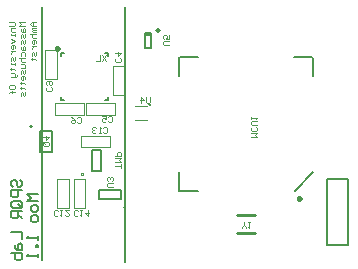
<source format=gbo>
%FSDAX25Y25*%
%MOIN*%
%SFA1B1*%

%IPPOS*%
%ADD25C,0.010000*%
%ADD59C,0.003940*%
%ADD60C,0.009840*%
%ADD61C,0.007870*%
%ADD62C,0.003000*%
%ADD63C,0.005000*%
%LNmoo1.1-1*%
%LPD*%
G54D25*
X0285257Y0403900D02*
D01*
X0285256Y0403924*
X0285253Y0403949*
X0285249Y0403973*
X0285243Y0403997*
X0285235Y0404020*
X0285226Y0404043*
X0285215Y0404065*
X0285203Y0404087*
X0285189Y0404107*
X0285174Y0404126*
X0285157Y0404145*
X0285140Y0404162*
X0285121Y0404178*
X0285101Y0404192*
X0285080Y0404205*
X0285058Y0404217*
X0285036Y0404227*
X0285013Y0404235*
X0284989Y0404242*
X0284965Y0404247*
X0284940Y0404251*
X0284916Y0404252*
X0284891*
X0284867Y0404251*
X0284842Y0404247*
X0284818Y0404242*
X0284794Y0404235*
X0284771Y0404227*
X0284749Y0404217*
X0284727Y0404205*
X0284706Y0404192*
X0284686Y0404178*
X0284667Y0404162*
X0284650Y0404145*
X0284633Y0404126*
X0284618Y0404107*
X0284604Y0404087*
X0284592Y0404065*
X0284581Y0404043*
X0284572Y0404020*
X0284564Y0403997*
X0284558Y0403973*
X0284554Y0403949*
X0284551Y0403924*
X0284551Y0403900*
X0284551Y0403875*
X0284554Y0403850*
X0284558Y0403826*
X0284564Y0403802*
X0284572Y0403779*
X0284581Y0403756*
X0284592Y0403734*
X0284604Y0403712*
X0284618Y0403692*
X0284633Y0403673*
X0284650Y0403654*
X0284667Y0403637*
X0284686Y0403621*
X0284706Y0403607*
X0284727Y0403594*
X0284749Y0403582*
X0284771Y0403572*
X0284794Y0403564*
X0284818Y0403557*
X0284842Y0403552*
X0284867Y0403548*
X0284891Y0403547*
X0284916*
X0284940Y0403548*
X0284965Y0403552*
X0284989Y0403557*
X0285013Y0403564*
X0285036Y0403572*
X0285058Y0403582*
X0285080Y0403594*
X0285101Y0403607*
X0285121Y0403621*
X0285140Y0403637*
X0285157Y0403654*
X0285174Y0403673*
X0285189Y0403692*
X0285203Y0403712*
X0285215Y0403734*
X0285226Y0403756*
X0285235Y0403779*
X0285243Y0403802*
X0285249Y0403826*
X0285253Y0403850*
X0285256Y0403875*
X0285257Y0403900*
X0242631Y0371769D02*
D01*
X0242630Y0371771*
X0242630Y0371773*
X0242630Y0371775*
X0242629Y0371777*
X0242629Y0371779*
X0242628Y0371781*
X0242627Y0371783*
X0242626Y0371785*
X0242625Y0371787*
X0242623Y0371788*
X0242622Y0371790*
X0242620Y0371792*
X0242619Y0371793*
X0242617Y0371794*
X0242615Y0371795*
X0242613Y0371796*
X0242611Y0371797*
X0242609Y0371798*
X0242607Y0371799*
X0242605Y0371799*
X0242603Y0371799*
X0242601Y0371799*
X0242598*
X0242596Y0371799*
X0242594Y0371799*
X0242592Y0371799*
X0242590Y0371798*
X0242588Y0371797*
X0242586Y0371796*
X0242584Y0371795*
X0242582Y0371794*
X0242580Y0371793*
X0242579Y0371792*
X0242577Y0371790*
X0242576Y0371788*
X0242574Y0371787*
X0242573Y0371785*
X0242572Y0371783*
X0242571Y0371781*
X0242570Y0371779*
X0242570Y0371777*
X0242569Y0371775*
X0242569Y0371773*
X0242569Y0371771*
Y0371769*
Y0371766*
X0242569Y0371764*
X0242569Y0371762*
X0242570Y0371760*
X0242570Y0371758*
X0242571Y0371756*
X0242572Y0371754*
X0242573Y0371752*
X0242574Y0371750*
X0242576Y0371749*
X0242577Y0371747*
X0242579Y0371745*
X0242580Y0371744*
X0242582Y0371743*
X0242584Y0371742*
X0242586Y0371741*
X0242588Y0371740*
X0242590Y0371739*
X0242592Y0371738*
X0242594Y0371738*
X0242596Y0371738*
X0242598Y0371738*
X0242601*
X0242603Y0371738*
X0242605Y0371738*
X0242607Y0371738*
X0242609Y0371739*
X0242611Y0371740*
X0242613Y0371741*
X0242615Y0371742*
X0242617Y0371743*
X0242619Y0371744*
X0242620Y0371745*
X0242622Y0371747*
X0242623Y0371749*
X0242625Y0371750*
X0242626Y0371752*
X0242627Y0371754*
X0242628Y0371756*
X0242629Y0371758*
X0242629Y0371760*
X0242630Y0371762*
X0242630Y0371764*
X0242630Y0371766*
X0242631Y0371769*
X0273711Y0345000D02*
D01*
X0273710Y0345002*
X0273710Y0345004*
X0273710Y0345006*
X0273709Y0345008*
X0273709Y0345010*
X0273708Y0345012*
X0273707Y0345014*
X0273706Y0345016*
X0273705Y0345018*
X0273703Y0345019*
X0273702Y0345021*
X0273700Y0345023*
X0273699Y0345024*
X0273697Y0345025*
X0273695Y0345026*
X0273693Y0345027*
X0273691Y0345028*
X0273689Y0345029*
X0273687Y0345030*
X0273685Y0345030*
X0273683Y0345030*
X0273681Y0345030*
X0273678*
X0273676Y0345030*
X0273674Y0345030*
X0273672Y0345030*
X0273670Y0345029*
X0273668Y0345028*
X0273666Y0345027*
X0273664Y0345026*
X0273662Y0345025*
X0273660Y0345024*
X0273659Y0345023*
X0273657Y0345021*
X0273656Y0345019*
X0273654Y0345018*
X0273653Y0345016*
X0273652Y0345014*
X0273651Y0345012*
X0273650Y0345010*
X0273650Y0345008*
X0273649Y0345006*
X0273649Y0345004*
X0273649Y0345002*
Y0345000*
Y0344997*
X0273649Y0344995*
X0273649Y0344993*
X0273650Y0344991*
X0273650Y0344989*
X0273651Y0344987*
X0273652Y0344985*
X0273653Y0344983*
X0273654Y0344981*
X0273656Y0344980*
X0273657Y0344978*
X0273659Y0344976*
X0273660Y0344975*
X0273662Y0344974*
X0273664Y0344973*
X0273666Y0344972*
X0273668Y0344971*
X0273670Y0344970*
X0273672Y0344969*
X0273674Y0344969*
X0273676Y0344969*
X0273678Y0344969*
X0273681*
X0273683Y0344969*
X0273685Y0344969*
X0273687Y0344969*
X0273689Y0344970*
X0273691Y0344971*
X0273693Y0344972*
X0273695Y0344973*
X0273697Y0344974*
X0273699Y0344975*
X0273700Y0344976*
X0273702Y0344978*
X0273703Y0344980*
X0273705Y0344981*
X0273706Y0344983*
X0273707Y0344985*
X0273708Y0344987*
X0273709Y0344989*
X0273709Y0344991*
X0273710Y0344993*
X0273710Y0344995*
X0273710Y0344997*
X0273711Y0345000*
X0311400Y0336100D02*
X0317400D01*
X0311400Y0342100D02*
X0317400D01*
G54D59*
X0282297Y0379097D02*
D01*
X0282296Y0379110*
X0282295Y0379124*
X0282292Y0379137*
X0282289Y0379151*
X0282285Y0379164*
X0282279Y0379177*
X0282273Y0379189*
X0282267Y0379201*
X0282259Y0379212*
X0282250Y0379223*
X0282241Y0379233*
X0282231Y0379243*
X0282221Y0379252*
X0282210Y0379260*
X0282198Y0379267*
X0282186Y0379274*
X0282173Y0379279*
X0282160Y0379284*
X0282147Y0379288*
X0282134Y0379291*
X0282120Y0379292*
X0282106Y0379293*
X0282093*
X0282079Y0379292*
X0282065Y0379291*
X0282052Y0379288*
X0282039Y0379284*
X0282026Y0379279*
X0282013Y0379274*
X0282001Y0379267*
X0281989Y0379260*
X0281978Y0379252*
X0281968Y0379243*
X0281958Y0379233*
X0281949Y0379223*
X0281940Y0379212*
X0281932Y0379201*
X0281926Y0379189*
X0281920Y0379177*
X0281914Y0379164*
X0281910Y0379151*
X0281907Y0379137*
X0281904Y0379124*
X0281903Y0379110*
X0281903Y0379097*
X0281903Y0379083*
X0281904Y0379069*
X0281907Y0379056*
X0281910Y0379042*
X0281914Y0379029*
X0281920Y0379016*
X0281926Y0379004*
X0281932Y0378992*
X0281940Y0378981*
X0281949Y0378970*
X0281958Y0378960*
X0281968Y0378950*
X0281978Y0378941*
X0281989Y0378933*
X0282001Y0378926*
X0282013Y0378919*
X0282026Y0378914*
X0282039Y0378909*
X0282052Y0378905*
X0282065Y0378902*
X0282079Y0378901*
X0282093Y0378900*
X0282106*
X0282120Y0378901*
X0282134Y0378902*
X0282147Y0378905*
X0282160Y0378909*
X0282173Y0378914*
X0282186Y0378919*
X0282198Y0378926*
X0282210Y0378933*
X0282221Y0378941*
X0282231Y0378950*
X0282241Y0378960*
X0282250Y0378970*
X0282259Y0378981*
X0282267Y0378992*
X0282273Y0379004*
X0282279Y0379016*
X0282285Y0379029*
X0282289Y0379042*
X0282292Y0379056*
X0282295Y0379069*
X0282296Y0379083*
X0282297Y0379097*
X0260169Y0355972D02*
D01*
X0260168Y0355999*
X0260165Y0356026*
X0260160Y0356053*
X0260153Y0356080*
X0260145Y0356106*
X0260134Y0356132*
X0260122Y0356156*
X0260109Y0356180*
X0260093Y0356203*
X0260076Y0356225*
X0260058Y0356245*
X0260038Y0356264*
X0260017Y0356282*
X0259995Y0356298*
X0259972Y0356313*
X0259947Y0356326*
X0259922Y0356337*
X0259896Y0356346*
X0259870Y0356354*
X0259843Y0356360*
X0259816Y0356363*
X0259788Y0356365*
X0259761*
X0259733Y0356363*
X0259706Y0356360*
X0259679Y0356354*
X0259653Y0356346*
X0259627Y0356337*
X0259602Y0356326*
X0259578Y0356313*
X0259554Y0356298*
X0259532Y0356282*
X0259511Y0356264*
X0259491Y0356245*
X0259473Y0356225*
X0259456Y0356203*
X0259440Y0356180*
X0259427Y0356156*
X0259415Y0356132*
X0259404Y0356106*
X0259396Y0356080*
X0259389Y0356053*
X0259384Y0356026*
X0259381Y0355999*
X0259381Y0355972*
X0259381Y0355944*
X0259384Y0355917*
X0259389Y0355890*
X0259396Y0355863*
X0259404Y0355837*
X0259415Y0355811*
X0259427Y0355787*
X0259440Y0355763*
X0259456Y0355740*
X0259473Y0355718*
X0259491Y0355698*
X0259511Y0355679*
X0259532Y0355661*
X0259554Y0355645*
X0259578Y0355630*
X0259602Y0355617*
X0259627Y0355606*
X0259653Y0355597*
X0259679Y0355589*
X0259706Y0355583*
X0259733Y0355580*
X0259761Y0355578*
X0259788*
X0259816Y0355580*
X0259843Y0355583*
X0259870Y0355589*
X0259896Y0355597*
X0259922Y0355606*
X0259947Y0355617*
X0259972Y0355630*
X0259995Y0355645*
X0260017Y0355661*
X0260038Y0355679*
X0260058Y0355698*
X0260076Y0355718*
X0260093Y0355740*
X0260109Y0355763*
X0260122Y0355787*
X0260134Y0355811*
X0260145Y0355837*
X0260153Y0355863*
X0260160Y0355890*
X0260165Y0355917*
X0260168Y0355944*
X0260169Y0355972*
X0277432Y0378662D02*
X0281368D01*
X0277432Y0373938D02*
X0281368D01*
G54D60*
X0332592Y0347808D02*
D01*
X0332590Y0347842*
X0332587Y0347876*
X0332581Y0347910*
X0332572Y0347943*
X0332562Y0347976*
X0332549Y0348008*
X0332534Y0348038*
X0332517Y0348068*
X0332498Y0348097*
X0332476Y0348124*
X0332453Y0348149*
X0332429Y0348173*
X0332402Y0348195*
X0332375Y0348215*
X0332346Y0348234*
X0332315Y0348250*
X0332284Y0348264*
X0332252Y0348275*
X0332219Y0348285*
X0332185Y0348292*
X0332151Y0348297*
X0332117Y0348299*
X0332082*
X0332048Y0348297*
X0332014Y0348292*
X0331980Y0348285*
X0331947Y0348275*
X0331915Y0348264*
X0331884Y0348250*
X0331854Y0348234*
X0331824Y0348215*
X0331797Y0348195*
X0331770Y0348173*
X0331746Y0348149*
X0331723Y0348124*
X0331701Y0348097*
X0331682Y0348068*
X0331665Y0348038*
X0331650Y0348008*
X0331637Y0347976*
X0331627Y0347943*
X0331618Y0347910*
X0331612Y0347876*
X0331609Y0347842*
X0331608Y0347808*
X0331609Y0347773*
X0331612Y0347739*
X0331618Y0347705*
X0331627Y0347672*
X0331637Y0347639*
X0331650Y0347607*
X0331665Y0347577*
X0331682Y0347547*
X0331701Y0347518*
X0331723Y0347491*
X0331746Y0347466*
X0331770Y0347442*
X0331797Y0347420*
X0331824Y0347400*
X0331854Y0347381*
X0331884Y0347365*
X0331915Y0347351*
X0331947Y0347340*
X0331980Y0347330*
X0332014Y0347323*
X0332048Y0347318*
X0332082Y0347316*
X0332117*
X0332151Y0347318*
X0332185Y0347323*
X0332219Y0347330*
X0332252Y0347340*
X0332284Y0347351*
X0332315Y0347365*
X0332346Y0347381*
X0332375Y0347400*
X0332402Y0347420*
X0332429Y0347442*
X0332453Y0347466*
X0332476Y0347491*
X0332498Y0347518*
X0332517Y0347547*
X0332534Y0347577*
X0332549Y0347607*
X0332562Y0347639*
X0332572Y0347672*
X0332581Y0347705*
X0332587Y0347739*
X0332590Y0347773*
X0332592Y0347808*
X0251937Y0397654D02*
D01*
X0251935Y0397688*
X0251932Y0397722*
X0251926Y0397756*
X0251917Y0397789*
X0251907Y0397822*
X0251894Y0397854*
X0251879Y0397884*
X0251862Y0397914*
X0251843Y0397943*
X0251821Y0397970*
X0251798Y0397995*
X0251774Y0398019*
X0251747Y0398041*
X0251720Y0398061*
X0251691Y0398080*
X0251660Y0398096*
X0251629Y0398110*
X0251597Y0398121*
X0251564Y0398131*
X0251530Y0398138*
X0251496Y0398143*
X0251462Y0398145*
X0251427*
X0251393Y0398143*
X0251359Y0398138*
X0251325Y0398131*
X0251292Y0398121*
X0251260Y0398110*
X0251229Y0398096*
X0251199Y0398080*
X0251169Y0398061*
X0251142Y0398041*
X0251115Y0398019*
X0251091Y0397995*
X0251068Y0397970*
X0251046Y0397943*
X0251027Y0397914*
X0251010Y0397884*
X0250995Y0397854*
X0250982Y0397822*
X0250972Y0397789*
X0250963Y0397756*
X0250957Y0397722*
X0250954Y0397688*
X0250953Y0397654*
X0250954Y0397619*
X0250957Y0397585*
X0250963Y0397551*
X0250972Y0397518*
X0250982Y0397485*
X0250995Y0397453*
X0251010Y0397423*
X0251027Y0397393*
X0251046Y0397364*
X0251068Y0397337*
X0251091Y0397312*
X0251115Y0397288*
X0251142Y0397266*
X0251169Y0397246*
X0251199Y0397227*
X0251229Y0397211*
X0251260Y0397197*
X0251292Y0397186*
X0251325Y0397176*
X0251359Y0397169*
X0251393Y0397164*
X0251427Y0397162*
X0251462*
X0251496Y0397164*
X0251530Y0397169*
X0251564Y0397176*
X0251597Y0397186*
X0251629Y0397197*
X0251660Y0397211*
X0251691Y0397227*
X0251720Y0397246*
X0251747Y0397266*
X0251774Y0397288*
X0251798Y0397312*
X0251821Y0397337*
X0251843Y0397364*
X0251862Y0397393*
X0251879Y0397423*
X0251894Y0397453*
X0251907Y0397485*
X0251917Y0397518*
X0251926Y0397551*
X0251932Y0397585*
X0251935Y0397619*
X0251937Y0397654*
G54D61*
X0280953Y0402879D02*
D01*
X0280954Y0402834*
X0280959Y0402789*
X0280966Y0402745*
X0280977Y0402702*
X0280991Y0402660*
X0281008Y0402618*
X0281027Y0402578*
X0281050Y0402539*
X0281075Y0402502*
X0281102Y0402467*
X0281132Y0402434*
X0281164Y0402403*
X0281198Y0402374*
X0281235Y0402348*
X0281273Y0402324*
X0281312Y0402303*
X0281353Y0402285*
X0281395Y0402270*
X0281438Y0402258*
X0281481Y0402248*
X0281526Y0402242*
X0281570Y0402239*
X0281615*
X0281659Y0402242*
X0281704Y0402248*
X0281747Y0402258*
X0281790Y0402270*
X0281832Y0402285*
X0281873Y0402303*
X0281913Y0402324*
X0281950Y0402348*
X0281987Y0402374*
X0282021Y0402403*
X0282053Y0402434*
X0282083Y0402467*
X0282110Y0402502*
X0282135Y0402539*
X0282158Y0402578*
X0282177Y0402618*
X0282194Y0402660*
X0282208Y0402702*
X0282219Y0402745*
X0282226Y0402789*
X0282231Y0402834*
X0282233Y0402879*
X0348443Y0332057D02*
Y0354143D01*
X0341357D02*
X0348443D01*
X0341357Y0332057D02*
Y0354143D01*
Y0332057D02*
X0348443D01*
X0280589Y0397761D02*
Y0402879D01*
Y0397761D02*
X0282597D01*
Y0402879*
X0280953D02*
X0282597D01*
X0280589D02*
X0282233D01*
X0336600Y0388441D02*
Y0394700D01*
X0330300Y0395000D02*
X0336400D01*
X0330300D02*
X0336400D01*
X0292300D02*
X0298559D01*
X0292000Y0388641D02*
Y0395000D01*
X0292300D02*
X0298559D01*
X0292200Y0350300D02*
X0298400D01*
X0292200Y0350200D02*
Y0356564D01*
X0330900Y0350200D02*
X0336800Y0356400D01*
X0245900Y0370288D02*
X0249837D01*
X0245900Y0363201D02*
Y0370288D01*
X0249837Y0363201D02*
Y0370288D01*
X0245900Y0363201D02*
X0249837D01*
X0262925Y0356957D02*
X0266075D01*
Y0364043*
X0262925Y0356957D02*
Y0364043D01*
X0266075*
X0265507Y0347525D02*
Y0350675D01*
X0265506Y0347525D02*
X0272593D01*
X0265507Y0350675D02*
X0272593D01*
Y0347525D02*
Y0350675D01*
X0267374Y0396374D02*
X0268374D01*
Y0395374D02*
Y0396374D01*
X0267374Y0380626D02*
X0268374D01*
Y0381626*
X0252626Y0395350D02*
Y0396374D01*
X0253650*
X0252626Y0380626D02*
Y0381650D01*
X0252602Y0380626D02*
X0253626D01*
G54D62*
X0250650Y0375600D02*
Y0379400D01*
X0260350Y0375600D02*
Y0379400D01*
X0250650Y0375600D02*
X0260350D01*
X0250650Y0379400D02*
X0260350D01*
X0259250Y0368700D02*
X0268950D01*
X0259250Y0364900D02*
X0268950D01*
Y0368700*
X0259250Y0364900D02*
Y0368700D01*
X0251500Y0344650D02*
Y0354350D01*
X0255300Y0344650D02*
Y0354350D01*
X0251500D02*
X0255300D01*
X0251500Y0344650D02*
X0255300D01*
X0257100D02*
X0260900D01*
X0257100Y0354350D02*
X0260900D01*
Y0344650D02*
Y0354350D01*
X0257100Y0344650D02*
Y0354350D01*
X0261150Y0375600D02*
X0270850D01*
X0261150Y0379400D02*
X0270850D01*
X0261150Y0375600D02*
Y0379400D01*
X0270850Y0375600D02*
Y0379400D01*
X0270100Y0391850D02*
X0273900D01*
X0270100Y0382150D02*
X0273900D01*
X0270100D02*
Y0391850D01*
X0273900Y0382150D02*
Y0391850D01*
X0247500Y0397250D02*
X0251300D01*
X0247500Y0387550D02*
X0251300D01*
X0247500D02*
Y0397250D01*
X0251300Y0387550D02*
Y0397250D01*
X0247033Y0366433D02*
X0248366D01*
X0248699Y0366100*
Y0365433*
X0248366Y0365100*
X0247033*
X0246700Y0365433*
Y0366100*
X0247366Y0365766D02*
X0246700Y0366433D01*
Y0366100D02*
X0247033Y0366433D01*
X0246700Y0368099D02*
X0248699D01*
X0247700Y0367099*
Y0368432*
X0316100Y0368200D02*
X0318099D01*
X0317433Y0368866*
X0318099Y0369533*
X0316100*
X0317766Y0371532D02*
X0318099Y0371199D01*
Y0370533*
X0317766Y0370199*
X0316433*
X0316100Y0370533*
Y0371199*
X0316433Y0371532*
X0318099Y0372199D02*
X0316433D01*
X0316100Y0372532*
Y0373198*
X0316433Y0373532*
X0318099*
X0316100Y0374198D02*
Y0374865D01*
Y0374531*
X0318099*
X0317766Y0374198*
X0313000Y0337801D02*
Y0338134D01*
X0313666Y0338800*
X0314333Y0338134*
Y0337801*
X0313666Y0338800D02*
Y0339800D01*
X0314999D02*
X0315666D01*
X0315333*
Y0337801*
X0314999Y0338134*
X0258533Y0342234D02*
X0258200Y0341901D01*
X0257533*
X0257200Y0342234*
Y0343567*
X0257533Y0343900*
X0258200*
X0258533Y0343567*
X0259199Y0343900D02*
X0259866D01*
X0259533*
Y0341901*
X0259199Y0342234*
X0261865Y0343900D02*
Y0341901D01*
X0260865Y0342900*
X0262198*
X0270099Y0351600D02*
X0268433D01*
X0268100Y0351933*
Y0352600*
X0268433Y0352933*
X0270099*
X0269766Y0353599D02*
X0270099Y0353933D01*
Y0354599*
X0269766Y0354932*
X0269433*
X0269100Y0354599*
Y0354266*
Y0354599*
X0268766Y0354932*
X0268433*
X0268100Y0354599*
Y0353933*
X0268433Y0353599*
X0282320Y0381574D02*
Y0379908D01*
X0281987Y0379575*
X0281321*
X0280988Y0379908*
Y0381574*
X0279321Y0379575D02*
Y0381574D01*
X0280321Y0380574*
X0278988*
X0272566Y0394433D02*
X0272899Y0394100D01*
Y0393433*
X0272566Y0393100*
X0271233*
X0270900Y0393433*
Y0394100*
X0271233Y0394433*
X0270900Y0396099D02*
X0272899D01*
X0271900Y0395099*
Y0396432*
X0268567Y0374866D02*
X0268900Y0375199D01*
X0269567*
X0269900Y0374866*
Y0373533*
X0269567Y0373200*
X0268900*
X0268567Y0373533*
X0266568Y0375199D02*
X0267901D01*
Y0374200*
X0267234Y0374533*
X0266901*
X0266568Y0374200*
Y0373533*
X0266901Y0373200*
X0267567*
X0267901Y0373533*
X0258067Y0374466D02*
X0258400Y0374799D01*
X0259067*
X0259400Y0374466*
Y0373133*
X0259067Y0372800*
X0258400*
X0258067Y0373133*
X0256068Y0374799D02*
X0256734Y0374466D01*
X0257401Y0373800*
Y0373133*
X0257067Y0372800*
X0256401*
X0256068Y0373133*
Y0373466*
X0256401Y0373800*
X0257401*
X0249366Y0385033D02*
X0249699Y0384700D01*
Y0384033*
X0249366Y0383700*
X0248033*
X0247700Y0384033*
Y0384700*
X0248033Y0385033*
Y0385699D02*
X0247700Y0386033D01*
Y0386699*
X0248033Y0387032*
X0249366*
X0249699Y0386699*
Y0386033*
X0249366Y0385699*
X0249033*
X0248700Y0386033*
Y0387032*
X0251633Y0342134D02*
X0251300Y0341801D01*
X0250633*
X0250300Y0342134*
Y0343467*
X0250633Y0343800*
X0251300*
X0251633Y0343467*
X0252299Y0343800D02*
X0252966D01*
X0252633*
Y0341801*
X0252299Y0342134*
X0255298Y0343800D02*
X0253965D01*
X0255298Y0342467*
Y0342134*
X0254965Y0341801*
X0254299*
X0253965Y0342134*
X0266867Y0371066D02*
X0267200Y0371399D01*
X0267867*
X0268200Y0371066*
Y0369733*
X0267867Y0369400*
X0267200*
X0266867Y0369733*
X0266201Y0369400D02*
X0265534D01*
X0265867*
Y0371399*
X0266201Y0371066*
X0264534D02*
X0264201Y0371399D01*
X0263535*
X0263202Y0371066*
Y0370733*
X0263535Y0370400*
X0263868*
X0263535*
X0263202Y0370066*
Y0369733*
X0263535Y0369400*
X0264201*
X0264534Y0369733*
X0272699Y0357900D02*
Y0359233D01*
Y0358566*
X0270700*
Y0359899D02*
X0272699D01*
X0272033Y0360566*
X0272699Y0361232*
X0270700*
Y0361899D02*
X0272699D01*
Y0362898*
X0272366Y0363232*
X0271700*
X0271366Y0362898*
Y0361899*
X0267700Y0395599D02*
X0266367Y0393600D01*
Y0395599D02*
X0267700Y0393600D01*
X0265701Y0395599D02*
Y0393600D01*
X0264368*
X0288899Y0398800D02*
X0287233D01*
X0286900Y0399133*
Y0399800*
X0287233Y0400133*
X0288899*
Y0402132D02*
Y0400799D01*
X0287900*
X0288233Y0401466*
Y0401799*
X0287900Y0402132*
X0287233*
X0286900Y0401799*
Y0401133*
X0287233Y0400799*
X0240800Y0406700D02*
X0238801D01*
X0239467Y0406034*
X0238801Y0405367*
X0240800*
X0239467Y0404367D02*
Y0403701D01*
X0239800Y0403368*
X0240800*
Y0404367*
X0240467Y0404701*
X0240134Y0404367*
Y0403368*
X0240800Y0402701D02*
Y0401702D01*
X0240467Y0401368*
X0240134Y0401702*
Y0402368*
X0239800Y0402701*
X0239467Y0402368*
Y0401368*
X0240800Y0400702D02*
Y0399702D01*
X0240467Y0399369*
X0240134Y0399702*
Y0400369*
X0239800Y0400702*
X0239467Y0400369*
Y0399369*
Y0398369D02*
Y0397703D01*
X0239800Y0397370*
X0240800*
Y0398369*
X0240467Y0398703*
X0240134Y0398369*
Y0397370*
X0239467Y0395370D02*
Y0396370D01*
X0239800Y0396703*
X0240467*
X0240800Y0396370*
Y0395370*
X0238801Y0394704D02*
X0240800D01*
X0239800*
X0239467Y0394371*
Y0393704*
X0239800Y0393371*
X0240800*
X0239467Y0392705D02*
X0240467D01*
X0240800Y0392371*
Y0391372*
X0239467*
X0240800Y0390705D02*
Y0389705D01*
X0240467Y0389372*
X0240134Y0389705*
Y0390372*
X0239800Y0390705*
X0239467Y0390372*
Y0389372*
X0240800Y0387706D02*
Y0388373D01*
X0240467Y0388706*
X0239800*
X0239467Y0388373*
Y0387706*
X0239800Y0387373*
X0240134*
Y0388706*
X0239134Y0386373D02*
X0239467D01*
Y0386706*
Y0386040*
Y0386373*
X0240467*
X0240800Y0386040*
X0239134Y0384707D02*
X0239467D01*
Y0385040*
Y0384374*
Y0384707*
X0240467*
X0240800Y0384374*
Y0383374D02*
Y0382375D01*
X0240467Y0382041*
X0240134Y0382375*
Y0383041*
X0239800Y0383374*
X0239467Y0383041*
Y0382041*
X0235401Y0406700D02*
X0237067D01*
X0237400Y0406367*
Y0405700*
X0237067Y0405367*
X0235401*
X0237400Y0404701D02*
X0236067D01*
Y0403701*
X0236400Y0403368*
X0237400*
Y0402701D02*
Y0402035D01*
Y0402368*
X0236067*
Y0402701*
Y0401035D02*
X0237400Y0400369D01*
X0236067Y0399702*
X0237400Y0398036D02*
Y0398703D01*
X0237067Y0399036*
X0236400*
X0236067Y0398703*
Y0398036*
X0236400Y0397703*
X0236734*
Y0399036*
X0236067Y0397037D02*
X0237400D01*
X0236734*
X0236400Y0396703*
X0236067Y0396370*
Y0396037*
X0237400Y0395037D02*
Y0394037D01*
X0237067Y0393704*
X0236734Y0394037*
Y0394704*
X0236400Y0395037*
X0236067Y0394704*
Y0393704*
X0237400Y0393038D02*
Y0392371D01*
Y0392705*
X0236067*
Y0393038*
X0235734Y0391038D02*
X0236067D01*
Y0391372*
Y0390705*
Y0391038*
X0237067*
X0237400Y0390705*
X0236067Y0389705D02*
X0237067D01*
X0237400Y0389372*
Y0388373*
X0237733*
X0238066Y0388706*
Y0389039*
X0237400Y0388373D02*
X0236067D01*
X0235401Y0384707D02*
Y0385374D01*
X0235734Y0385707*
X0237067*
X0237400Y0385374*
Y0384707*
X0237067Y0384374*
X0235734*
X0235401Y0384707*
X0237400Y0383374D02*
X0235734D01*
X0236400*
Y0383707*
Y0383041*
Y0383374*
X0235734*
X0235401Y0383041*
X0244500Y0406700D02*
X0243167D01*
X0242501Y0406034*
X0243167Y0405367*
X0244500*
X0243500*
Y0406700*
X0244500Y0404701D02*
X0243167D01*
Y0404367*
X0243500Y0404034*
X0244500*
X0243500*
X0243167Y0403701*
X0243500Y0403368*
X0244500*
X0242501Y0402701D02*
X0244500D01*
X0243500*
X0243167Y0402368*
Y0401702*
X0243500Y0401368*
X0244500*
Y0399702D02*
Y0400369D01*
X0244167Y0400702*
X0243500*
X0243167Y0400369*
Y0399702*
X0243500Y0399369*
X0243834*
Y0400702*
X0243167Y0398703D02*
X0244500D01*
X0243834*
X0243500Y0398369*
X0243167Y0398036*
Y0397703*
X0244500Y0396703D02*
Y0395704D01*
X0244167Y0395370*
X0243834Y0395704*
Y0396370*
X0243500Y0396703*
X0243167Y0396370*
Y0395370*
X0242834Y0394371D02*
X0243167D01*
Y0394704*
Y0394037*
Y0394371*
X0244167*
X0244500Y0394037*
G54D63*
X0246500Y0327100D02*
Y0411400D01*
X0274000Y0326600D02*
Y0411500D01*
X0236784Y0351567D02*
X0236201Y0352151D01*
Y0353317*
X0236784Y0353900*
X0237367*
X0237951Y0353317*
Y0352151*
X0238534Y0351567*
X0239117*
X0239700Y0352151*
Y0353317*
X0239117Y0353900*
X0239700Y0350401D02*
X0236201D01*
Y0348652*
X0236784Y0348069*
X0237951*
X0238534Y0348652*
Y0350401*
X0239117Y0344570D02*
X0236784D01*
X0236201Y0345153*
Y0346319*
X0236784Y0346902*
X0239117*
X0239700Y0346319*
Y0345153*
X0238534Y0345736D02*
X0239700Y0344570D01*
Y0345153D02*
X0239117Y0344570D01*
X0239700Y0343403D02*
X0236201D01*
Y0341654*
X0236784Y0341071*
X0237951*
X0238534Y0341654*
Y0343403*
Y0342237D02*
X0239700Y0341071D01*
X0236201Y0336406D02*
X0239700D01*
Y0334073*
X0237367Y0332324D02*
Y0331157D01*
X0237951Y0330574*
X0239700*
Y0332324*
X0239117Y0332907*
X0238534Y0332324*
Y0330574*
X0236201Y0329408D02*
X0239700D01*
Y0327659*
X0239117Y0327075*
X0238534*
X0237951*
X0237367Y0327659*
Y0329408*
X0245000Y0349100D02*
X0241501D01*
X0242667Y0347934*
X0241501Y0346767*
X0245000*
Y0345018D02*
Y0343852D01*
X0244417Y0343269*
X0243251*
X0242667Y0343852*
Y0345018*
X0243251Y0345601*
X0244417*
X0245000Y0345018*
Y0341519D02*
Y0340353D01*
X0244417Y0339770*
X0243251*
X0242667Y0340353*
Y0341519*
X0243251Y0342102*
X0244417*
X0245000Y0341519*
Y0335104D02*
Y0333938D01*
Y0334521*
X0241501*
X0242084Y0335104*
X0245000Y0332189D02*
X0244417D01*
Y0331606*
X0245000*
Y0332189*
Y0329273D02*
Y0328107D01*
Y0328690*
X0241501*
X0242084Y0329273*
M02*
</source>
